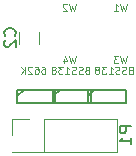
<source format=gbr>
G04 #@! TF.FileFunction,Legend,Bot*
%FSLAX46Y46*%
G04 Gerber Fmt 4.6, Leading zero omitted, Abs format (unit mm)*
G04 Created by KiCad (PCBNEW 4.0.7) date 12/05/18 11:45:52*
%MOMM*%
%LPD*%
G01*
G04 APERTURE LIST*
%ADD10C,0.100000*%
%ADD11C,0.120000*%
%ADD12C,0.150000*%
G04 APERTURE END LIST*
D10*
X130048000Y-113538000D02*
X123825000Y-113538000D01*
X122555000Y-113538000D02*
X121158000Y-113538000D01*
X121158000Y-113538000D02*
X121158000Y-114935000D01*
X130048000Y-116332000D02*
X121158000Y-116332000D01*
X130048000Y-113538000D02*
X130048000Y-116332000D01*
D11*
X123825000Y-116325000D02*
X123825000Y-113545000D01*
D12*
X124638000Y-111633000D02*
X125188000Y-111083000D01*
X124638000Y-112183000D02*
X124638000Y-111083000D01*
X127838000Y-112183000D02*
X127838000Y-111083000D01*
X124638000Y-111083000D02*
X127838000Y-111083000D01*
X124638000Y-112183000D02*
X127838000Y-112183000D01*
X127559000Y-111633000D02*
X128109000Y-111083000D01*
X127559000Y-112183000D02*
X127559000Y-111083000D01*
X130759000Y-112183000D02*
X130759000Y-111083000D01*
X127559000Y-111083000D02*
X130759000Y-111083000D01*
X127559000Y-112183000D02*
X130759000Y-112183000D01*
X121590000Y-111633000D02*
X122140000Y-111083000D01*
X121590000Y-112183000D02*
X121590000Y-111083000D01*
X124790000Y-112183000D02*
X124790000Y-111083000D01*
X121590000Y-111083000D02*
X124790000Y-111083000D01*
X121590000Y-112183000D02*
X124790000Y-112183000D01*
D11*
X123405000Y-106180000D02*
X123405000Y-107180000D01*
X121705000Y-107180000D02*
X121705000Y-106180000D01*
D12*
X131262381Y-114196905D02*
X130262381Y-114196905D01*
X130262381Y-114577858D01*
X130310000Y-114673096D01*
X130357619Y-114720715D01*
X130452857Y-114768334D01*
X130595714Y-114768334D01*
X130690952Y-114720715D01*
X130738571Y-114673096D01*
X130786190Y-114577858D01*
X130786190Y-114196905D01*
X131262381Y-115720715D02*
X131262381Y-115149286D01*
X131262381Y-115435000D02*
X130262381Y-115435000D01*
X130405238Y-115339762D01*
X130500476Y-115244524D01*
X130548095Y-115149286D01*
D10*
X127496715Y-109431143D02*
X127411001Y-109459714D01*
X127382429Y-109488286D01*
X127353858Y-109545429D01*
X127353858Y-109631143D01*
X127382429Y-109688286D01*
X127411001Y-109716857D01*
X127468143Y-109745429D01*
X127696715Y-109745429D01*
X127696715Y-109145429D01*
X127496715Y-109145429D01*
X127439572Y-109174000D01*
X127411001Y-109202571D01*
X127382429Y-109259714D01*
X127382429Y-109316857D01*
X127411001Y-109374000D01*
X127439572Y-109402571D01*
X127496715Y-109431143D01*
X127696715Y-109431143D01*
X127125286Y-109716857D02*
X127039572Y-109745429D01*
X126896715Y-109745429D01*
X126839572Y-109716857D01*
X126811001Y-109688286D01*
X126782429Y-109631143D01*
X126782429Y-109574000D01*
X126811001Y-109516857D01*
X126839572Y-109488286D01*
X126896715Y-109459714D01*
X127011001Y-109431143D01*
X127068143Y-109402571D01*
X127096715Y-109374000D01*
X127125286Y-109316857D01*
X127125286Y-109259714D01*
X127096715Y-109202571D01*
X127068143Y-109174000D01*
X127011001Y-109145429D01*
X126868143Y-109145429D01*
X126782429Y-109174000D01*
X126553857Y-109716857D02*
X126468143Y-109745429D01*
X126325286Y-109745429D01*
X126268143Y-109716857D01*
X126239572Y-109688286D01*
X126211000Y-109631143D01*
X126211000Y-109574000D01*
X126239572Y-109516857D01*
X126268143Y-109488286D01*
X126325286Y-109459714D01*
X126439572Y-109431143D01*
X126496714Y-109402571D01*
X126525286Y-109374000D01*
X126553857Y-109316857D01*
X126553857Y-109259714D01*
X126525286Y-109202571D01*
X126496714Y-109174000D01*
X126439572Y-109145429D01*
X126296714Y-109145429D01*
X126211000Y-109174000D01*
X125639571Y-109745429D02*
X125982428Y-109745429D01*
X125811000Y-109745429D02*
X125811000Y-109145429D01*
X125868143Y-109231143D01*
X125925285Y-109288286D01*
X125982428Y-109316857D01*
X125439571Y-109145429D02*
X125068142Y-109145429D01*
X125268142Y-109374000D01*
X125182428Y-109374000D01*
X125125285Y-109402571D01*
X125096714Y-109431143D01*
X125068142Y-109488286D01*
X125068142Y-109631143D01*
X125096714Y-109688286D01*
X125125285Y-109716857D01*
X125182428Y-109745429D01*
X125353856Y-109745429D01*
X125410999Y-109716857D01*
X125439571Y-109688286D01*
X124725285Y-109402571D02*
X124782427Y-109374000D01*
X124810999Y-109345429D01*
X124839570Y-109288286D01*
X124839570Y-109259714D01*
X124810999Y-109202571D01*
X124782427Y-109174000D01*
X124725285Y-109145429D01*
X124610999Y-109145429D01*
X124553856Y-109174000D01*
X124525285Y-109202571D01*
X124496713Y-109259714D01*
X124496713Y-109288286D01*
X124525285Y-109345429D01*
X124553856Y-109374000D01*
X124610999Y-109402571D01*
X124725285Y-109402571D01*
X124782427Y-109431143D01*
X124810999Y-109459714D01*
X124839570Y-109516857D01*
X124839570Y-109631143D01*
X124810999Y-109688286D01*
X124782427Y-109716857D01*
X124725285Y-109745429D01*
X124610999Y-109745429D01*
X124553856Y-109716857D01*
X124525285Y-109688286D01*
X124496713Y-109631143D01*
X124496713Y-109516857D01*
X124525285Y-109459714D01*
X124553856Y-109431143D01*
X124610999Y-109402571D01*
X131179715Y-109431143D02*
X131094001Y-109459714D01*
X131065429Y-109488286D01*
X131036858Y-109545429D01*
X131036858Y-109631143D01*
X131065429Y-109688286D01*
X131094001Y-109716857D01*
X131151143Y-109745429D01*
X131379715Y-109745429D01*
X131379715Y-109145429D01*
X131179715Y-109145429D01*
X131122572Y-109174000D01*
X131094001Y-109202571D01*
X131065429Y-109259714D01*
X131065429Y-109316857D01*
X131094001Y-109374000D01*
X131122572Y-109402571D01*
X131179715Y-109431143D01*
X131379715Y-109431143D01*
X130808286Y-109716857D02*
X130722572Y-109745429D01*
X130579715Y-109745429D01*
X130522572Y-109716857D01*
X130494001Y-109688286D01*
X130465429Y-109631143D01*
X130465429Y-109574000D01*
X130494001Y-109516857D01*
X130522572Y-109488286D01*
X130579715Y-109459714D01*
X130694001Y-109431143D01*
X130751143Y-109402571D01*
X130779715Y-109374000D01*
X130808286Y-109316857D01*
X130808286Y-109259714D01*
X130779715Y-109202571D01*
X130751143Y-109174000D01*
X130694001Y-109145429D01*
X130551143Y-109145429D01*
X130465429Y-109174000D01*
X130236857Y-109716857D02*
X130151143Y-109745429D01*
X130008286Y-109745429D01*
X129951143Y-109716857D01*
X129922572Y-109688286D01*
X129894000Y-109631143D01*
X129894000Y-109574000D01*
X129922572Y-109516857D01*
X129951143Y-109488286D01*
X130008286Y-109459714D01*
X130122572Y-109431143D01*
X130179714Y-109402571D01*
X130208286Y-109374000D01*
X130236857Y-109316857D01*
X130236857Y-109259714D01*
X130208286Y-109202571D01*
X130179714Y-109174000D01*
X130122572Y-109145429D01*
X129979714Y-109145429D01*
X129894000Y-109174000D01*
X129322571Y-109745429D02*
X129665428Y-109745429D01*
X129494000Y-109745429D02*
X129494000Y-109145429D01*
X129551143Y-109231143D01*
X129608285Y-109288286D01*
X129665428Y-109316857D01*
X129122571Y-109145429D02*
X128751142Y-109145429D01*
X128951142Y-109374000D01*
X128865428Y-109374000D01*
X128808285Y-109402571D01*
X128779714Y-109431143D01*
X128751142Y-109488286D01*
X128751142Y-109631143D01*
X128779714Y-109688286D01*
X128808285Y-109716857D01*
X128865428Y-109745429D01*
X129036856Y-109745429D01*
X129093999Y-109716857D01*
X129122571Y-109688286D01*
X128408285Y-109402571D02*
X128465427Y-109374000D01*
X128493999Y-109345429D01*
X128522570Y-109288286D01*
X128522570Y-109259714D01*
X128493999Y-109202571D01*
X128465427Y-109174000D01*
X128408285Y-109145429D01*
X128293999Y-109145429D01*
X128236856Y-109174000D01*
X128208285Y-109202571D01*
X128179713Y-109259714D01*
X128179713Y-109288286D01*
X128208285Y-109345429D01*
X128236856Y-109374000D01*
X128293999Y-109402571D01*
X128408285Y-109402571D01*
X128465427Y-109431143D01*
X128493999Y-109459714D01*
X128522570Y-109516857D01*
X128522570Y-109631143D01*
X128493999Y-109688286D01*
X128465427Y-109716857D01*
X128408285Y-109745429D01*
X128293999Y-109745429D01*
X128236856Y-109716857D01*
X128208285Y-109688286D01*
X128179713Y-109631143D01*
X128179713Y-109516857D01*
X128208285Y-109459714D01*
X128236856Y-109431143D01*
X128293999Y-109402571D01*
X123693143Y-109145429D02*
X123807429Y-109145429D01*
X123864572Y-109174000D01*
X123893143Y-109202571D01*
X123950286Y-109288286D01*
X123978857Y-109402571D01*
X123978857Y-109631143D01*
X123950286Y-109688286D01*
X123921714Y-109716857D01*
X123864572Y-109745429D01*
X123750286Y-109745429D01*
X123693143Y-109716857D01*
X123664572Y-109688286D01*
X123636000Y-109631143D01*
X123636000Y-109488286D01*
X123664572Y-109431143D01*
X123693143Y-109402571D01*
X123750286Y-109374000D01*
X123864572Y-109374000D01*
X123921714Y-109402571D01*
X123950286Y-109431143D01*
X123978857Y-109488286D01*
X123121714Y-109145429D02*
X123236000Y-109145429D01*
X123293143Y-109174000D01*
X123321714Y-109202571D01*
X123378857Y-109288286D01*
X123407428Y-109402571D01*
X123407428Y-109631143D01*
X123378857Y-109688286D01*
X123350285Y-109716857D01*
X123293143Y-109745429D01*
X123178857Y-109745429D01*
X123121714Y-109716857D01*
X123093143Y-109688286D01*
X123064571Y-109631143D01*
X123064571Y-109488286D01*
X123093143Y-109431143D01*
X123121714Y-109402571D01*
X123178857Y-109374000D01*
X123293143Y-109374000D01*
X123350285Y-109402571D01*
X123378857Y-109431143D01*
X123407428Y-109488286D01*
X122835999Y-109202571D02*
X122807428Y-109174000D01*
X122750285Y-109145429D01*
X122607428Y-109145429D01*
X122550285Y-109174000D01*
X122521714Y-109202571D01*
X122493142Y-109259714D01*
X122493142Y-109316857D01*
X122521714Y-109402571D01*
X122864571Y-109745429D01*
X122493142Y-109745429D01*
X122235999Y-109745429D02*
X122235999Y-109145429D01*
X121893142Y-109745429D02*
X122150285Y-109402571D01*
X121893142Y-109145429D02*
X122235999Y-109488286D01*
X130844857Y-103811429D02*
X130702000Y-104411429D01*
X130587714Y-103982857D01*
X130473428Y-104411429D01*
X130330571Y-103811429D01*
X129787714Y-104411429D02*
X130130571Y-104411429D01*
X129959143Y-104411429D02*
X129959143Y-103811429D01*
X130016286Y-103897143D01*
X130073428Y-103954286D01*
X130130571Y-103982857D01*
X126526857Y-103811429D02*
X126384000Y-104411429D01*
X126269714Y-103982857D01*
X126155428Y-104411429D01*
X126012571Y-103811429D01*
X125812571Y-103868571D02*
X125784000Y-103840000D01*
X125726857Y-103811429D01*
X125584000Y-103811429D01*
X125526857Y-103840000D01*
X125498286Y-103868571D01*
X125469714Y-103925714D01*
X125469714Y-103982857D01*
X125498286Y-104068571D01*
X125841143Y-104411429D01*
X125469714Y-104411429D01*
X130844857Y-108256429D02*
X130702000Y-108856429D01*
X130587714Y-108427857D01*
X130473428Y-108856429D01*
X130330571Y-108256429D01*
X130159143Y-108256429D02*
X129787714Y-108256429D01*
X129987714Y-108485000D01*
X129902000Y-108485000D01*
X129844857Y-108513571D01*
X129816286Y-108542143D01*
X129787714Y-108599286D01*
X129787714Y-108742143D01*
X129816286Y-108799286D01*
X129844857Y-108827857D01*
X129902000Y-108856429D01*
X130073428Y-108856429D01*
X130130571Y-108827857D01*
X130159143Y-108799286D01*
X126526857Y-108256429D02*
X126384000Y-108856429D01*
X126269714Y-108427857D01*
X126155428Y-108856429D01*
X126012571Y-108256429D01*
X125526857Y-108456429D02*
X125526857Y-108856429D01*
X125669714Y-108227857D02*
X125812571Y-108656429D01*
X125441143Y-108656429D01*
D12*
X121388143Y-106513334D02*
X121435762Y-106465715D01*
X121483381Y-106322858D01*
X121483381Y-106227620D01*
X121435762Y-106084762D01*
X121340524Y-105989524D01*
X121245286Y-105941905D01*
X121054810Y-105894286D01*
X120911952Y-105894286D01*
X120721476Y-105941905D01*
X120626238Y-105989524D01*
X120531000Y-106084762D01*
X120483381Y-106227620D01*
X120483381Y-106322858D01*
X120531000Y-106465715D01*
X120578619Y-106513334D01*
X120578619Y-106894286D02*
X120531000Y-106941905D01*
X120483381Y-107037143D01*
X120483381Y-107275239D01*
X120531000Y-107370477D01*
X120578619Y-107418096D01*
X120673857Y-107465715D01*
X120769095Y-107465715D01*
X120911952Y-107418096D01*
X121483381Y-106846667D01*
X121483381Y-107465715D01*
M02*

</source>
